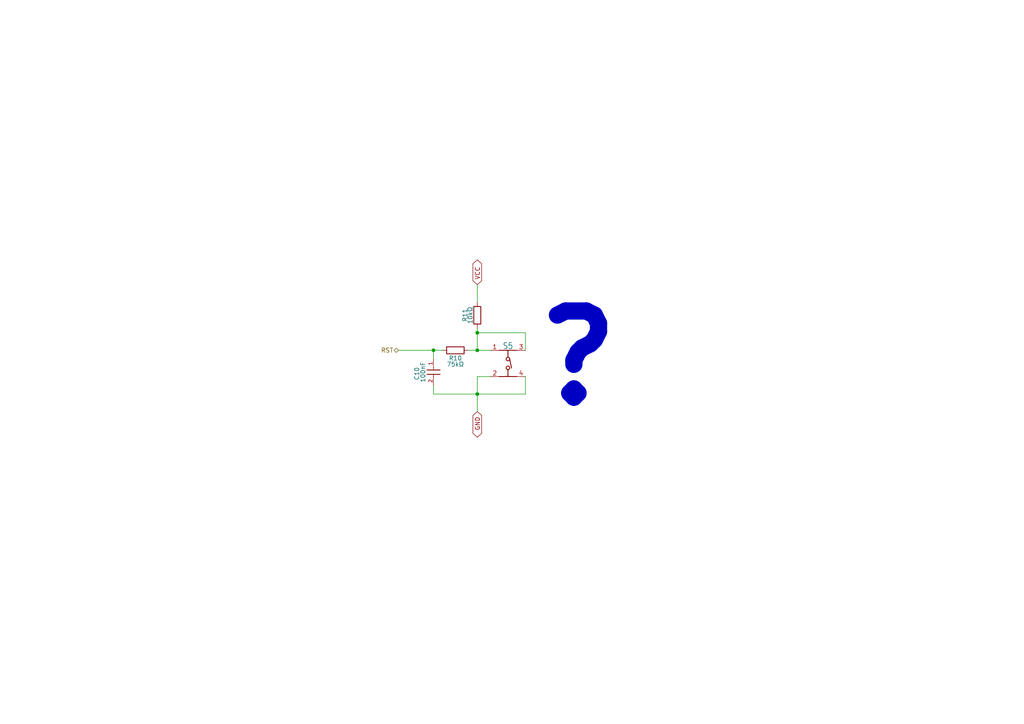
<source format=kicad_sch>
(kicad_sch (version 20231120) (generator "eeschema") (generator_version "8.0")
  (paper "A4")
  (lib_symbols
    (symbol "Device:R" (pin_numbers hide) (pin_names (offset 0))
      (property "Reference" "R" (at 2.032 0 90))
      (property "Value" "R" (at 0 0 90))
      (symbol "R_0_1"
        (rectangle (start -1.016 -2.54) (end 1.016 2.54) (stroke (width 0.254)))
      )
      (symbol "R_1_1"
        (pin passive line (at 0 3.81 270) (length 1.27) (name "~") (number "1"))
        (pin passive line (at 0 -3.81 90) (length 1.27) (name "~") (number "2"))
      )
    )
    (symbol "Projektarbeit_button:430182050816"
      (property "Reference" "S5" (at 0 6.35 0))
      (symbol "430182050816_1_0"
        (polyline (pts (xy 0 -2.54) (xy -2.54 -2.54)) (stroke (width 0.254)))
        (polyline (pts (xy 0 -2.54) (xy 0 -0.635)) (stroke (width 0.254)))
        (polyline (pts (xy 0 3.175) (xy 0 5.08)) (stroke (width 0.254)))
        (polyline (pts (xy 0 5.08) (xy -2.54 5.08)) (stroke (width 0.254)))
        (polyline (pts (xy 0.47 2.74) (xy 1.04 -0.07)) (stroke (width 0.254)))
        (polyline (pts (xy 2.54 -2.54) (xy 0 -2.54)) (stroke (width 0.254)))
        (polyline (pts (xy 2.54 5.08) (xy 0 5.08)) (stroke (width 0.254)))
        (circle (center 0 0) (radius 0.508) (stroke (width 0.254)))
        (circle (center 0 2.54) (radius 0.508) (stroke (width 0.254)))
        (pin passive line (at -5.08 5.08 0) (length 2.54) (name "1") (number "1"))
        (pin passive line (at -5.08 -2.54 0) (length 2.54) (name "2") (number "2"))
        (pin passive line (at 5.08 5.08 180) (length 2.54) (name "3") (number "3"))
        (pin passive line (at 5.08 -2.54 180) (length 2.54) (name "4") (number "4"))
      )
    )
    (symbol "WCAP-CSGP_1210_H2.0:WCAP-CSGP_1210_H2.0" (pin_names (offset 1.016))
      (property "Reference" "C10" (at -0.254 -4.826 0))
      (property "Value" "100nF" (at -1.778 -3.048 0))
      (symbol "WCAP-CSGP_1210_H2.0_0_0"
        (polyline (pts (xy 0 0) (xy 0.6426 0)) (stroke (width 0.1524)))
        (polyline (pts (xy 0.635 -1.905) (xy 0.635 1.905)) (stroke (width 0.254)))
        (polyline (pts (xy 1.905 1.905) (xy 1.905 -1.905)) (stroke (width 0.254)))
        (polyline (pts (xy 1.9279 0) (xy 2.5705 0)) (stroke (width 0.1524)))
        (pin passive line (at -2.54 0 0) (length 2.54) (name "~") (number "1"))
        (pin passive line (at 5.08 0 180) (length 2.54) (name "~") (number "2"))
      )
    )
  )
  (junction (at 125.73 101.6))
  (junction (at 138.43 96.52))
  (junction (at 138.43 114.3))
  (junction (at 138.43 101.6))
  (wire (pts (xy 138.43 109.22) (xy 138.43 114.3)))
  (wire (pts (xy 138.43 101.6) (xy 142.24 101.6)))
  (wire (pts (xy 125.73 101.6) (xy 125.73 104.14)))
  (wire (pts (xy 138.43 119.38) (xy 138.43 114.3)))
  (wire (pts (xy 125.73 111.76) (xy 125.73 114.3)))
  (wire (pts (xy 152.4 109.22) (xy 152.4 114.3)))
  (wire (pts (xy 138.43 96.52) (xy 152.4 96.52)))
  (wire (pts (xy 138.43 95.25) (xy 138.43 96.52)))
  (wire (pts (xy 135.89 101.6) (xy 138.43 101.6)))
  (wire (pts (xy 138.43 82.55) (xy 138.43 87.63)))
  (wire (pts (xy 152.4 101.6) (xy 152.4 96.52)))
  (wire (pts (xy 115.57 101.6) (xy 125.73 101.6)))
  (wire (pts (xy 138.43 109.22) (xy 142.24 109.22)))
  (wire (pts (xy 125.73 114.3) (xy 138.43 114.3)))
  (wire (pts (xy 138.43 96.52) (xy 138.43 101.6)))
  (wire (pts (xy 138.43 114.3) (xy 152.4 114.3)))
  (wire (pts (xy 125.73 101.6) (xy 128.27 101.6)))
  (text "?" (at 167.64 104.14 0) (effects (font (size 25 25) (thickness 5) (bold yes))))
  (global_label "VCC" (shape bidirectional) (at 138.43 82.55 90) (property "Intersheetrefs" "${INTERSHEET_REFS}" (effects (hide yes))))
  (global_label "GND" (shape bidirectional) (at 138.43 119.38 270) (property "Intersheetrefs" "${INTERSHEET_REFS}" (effects (hide yes))))
  (hierarchical_label "RST" (shape bidirectional) (at 115.57 101.6 180))
  (symbol (lib_id "WCAP-CSGP_1210_H2.0:WCAP-CSGP_1210_H2.0") (at 125.73 106.68 270) (unit 1)
    (property "Reference" "C10" (at 120.904 106.426 0) (effects (justify left)))
    (property "Value" "100nF" (at 122.682 104.902 0) (effects (justify left)))
    (property "Footprint" "Custom footprints:WCAP-CSGP_1210_H2.0" (effects (hide yes)))
  )
  (symbol (lib_id "Device:R") (at 132.08 101.6 90) (unit 1)
    (property "Reference" "R10" (at 132.08 103.886 90))
    (property "Value" "75kΩ" (at 132.08 105.664 90))
    (property "Footprint" "Resistor_SMD:R_0805_2012Metric_Pad1.20x1.40mm_HandSolder" (effects (hide yes)))
    (property "Description" "Resistor" (effects (hide yes)))
  )
  (symbol (lib_id "Projektarbeit_button:430182050816") (at 147.32 106.68 0) (unit 1)
    (property "Reference" "S5" (at 147.32 100.33 0) (effects (font (size 1.778 1.5113))))
    (property "Value" "430182050816" (effects (hide yes)))
    (property "Footprint" "Custom footprints:430182050816" (effects (hide yes)))
    (property "Description" "WS-TASV SMT Tact Switch 6x6 mm  Material Properties Cover Material : Stainless Steel  Properties Actuator Material:LCP Actuator Flammability :UL94 V-0 Rating Actuator Color:Black; Salmon; White Frame Material:LCP Flammability Rating:UL94 V-0 Frame Color:Black Contact Material:Stainless Steel Contact Plating:Silver Terminal Material:Copper Alloy Terminal Plating:Silver VR:12 V (DC) Contact Resistance Initial:100 mΩ Contact Resistance After Life Test:2Ω RISO:100 MΩ Withstanding Voltage:250 V (AC) Washable:No Qty.:4000;5000   Mechanical Properties Electrical Life:400; 550; 1000 Stroke :0.25 mm General Information\n\nOperating Temperature:-40 up to +85 °C Washable:No Packaging Properties\nPackaging:Tape and Reel\n\nhttps://www.we-online.com/catalog/media/o37470v209%20Family_WS-TASV_6x6mm_SMD_Tact_Switch_4301820xx8xx.jpg\n\nDetails see: https://www.we-online.com/catalog/en/TASV_6X6_SMD/ https://www.we-online.com/catalog/en/TASV_6X6_SMD/\n\nUpdated by yingchun,Shan;2020-02-18\n2020(C) Würth Elektronik" (effects (hide yes)))
  )
  (symbol (lib_id "Device:R") (at 138.43 91.44 0) (unit 1)
    (property "Reference" "R11" (at 134.874 91.44 90))
    (property "Value" "10kΩ" (at 136.398 91.44 90))
    (property "Footprint" "Resistor_SMD:R_0805_2012Metric_Pad1.20x1.40mm_HandSolder" (effects (hide yes)))
    (property "Description" "Resistor" (effects (hide yes)))
  )
)
</source>
